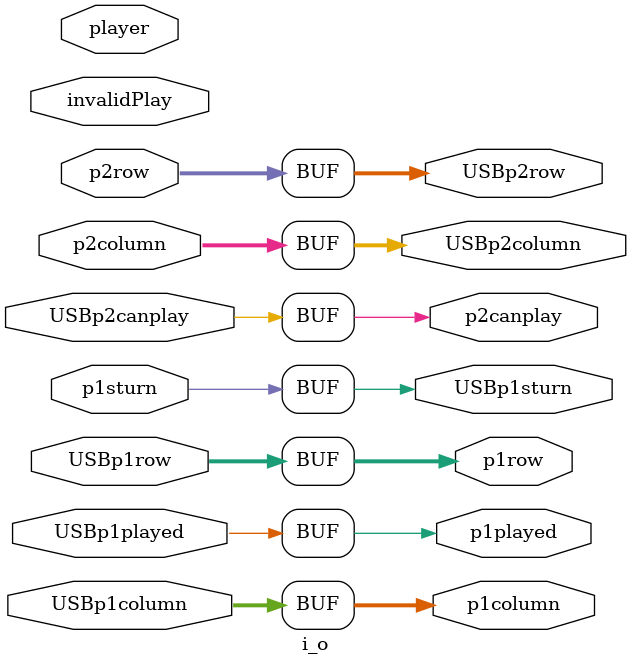
<source format=v>
`timescale 1ns / 1ps

module Gomoku_Verilog(Clk, 
                      ColIn, 
                      PlayerIn, 
                      RowIn, 
                      ColOut, 
                      PlayerOut, 
                      RowOut);

    input Clk;
    input [3:0] ColIn;
    input PlayerIn;
    input [3:0] RowIn;
   output [3:0] ColOut;
   output PlayerOut;
   output [3:0] RowOut;
   
	top gomoku_instant(Clk, PlayerIn, RowIn, ColIn, PlayerOut, RowOut, ColOut);
   
endmodule

module top(
	input clk,
	
	input i_player,
	input [3:0] i_xLoc,
	input [3:0] i_yLoc,
	
	output o_player,
	output [3:0] o_xLoc,
	output [3:0] o_yLoc
);
    wire p1played, p2played, p2canplay, check, valid, p2sturn, p1sturn, USBp2canplay, USBp1played, USBp1sturn, invalidPlay;
    wire[1:0] player;
    wire[3:0] p1row, p1column, p2row, p2column, USBp1row, USBp1column, USBp2row, USBp2column;
    
    i_o io_instant(
    .p2canplay(p2canplay), 
    .p1played(p1played), 
    .p1row(p1row), 
    .p1column(p1column), 
    .USBp1row(USBp1row), 
    .USBp1column(USBp1column), 
    .USBp1played,
    .USBp2canplay,
    .p2row(p2row),
    .p2column(p2column),
    .invalidPlay,
    .player(player),
    .p1sturn(p1sturn),
    .USBp2row(USBp2row),
    .USBp2column(USBp2column),
    .USBp1sturn(USBp1sturn));
    
    controlUnit cu_instant(
	.clk(clk),
    .p2canplay(p2canplay), 
    .p1played(p1played), 
    .p2played(p2played), 
    .valid(valid), 
    .player(player), 
    .check(check), 
    .p2sturn(p2sturn),
    .p1sturn(p1sturn),
    .invalidPlay(invalidPlay));
    
    playCheck pc_instant(
    .valid(valid), 
    .p1row(p1row), 
    .p1column(p1column), 
    .check(check), 
    .player(player), 
    .p2row(p2row), 
    .p2column(p2column));
    
    machinePlayer mp_instant(
    .p2sturn(p2sturn), 
    .p2row(p2row), 
    .p2column(p2column), 
    .p2played(p2played), 
    .valid(valid));
	
	assign USBp1played = i_player;
	assign USBp2canplay = USBp1played;
	
	assign USBp1row = i_xLoc;
	assign USBp1column = i_yLoc;
	
	
	assign o_player = ~USBp1sturn;
	assign o_xLoc = USBp2row;
	assign o_yLoc = USBp2column;
	
endmodule
    
module controlUnit(clk, check, player, p2sturn, p1sturn, invalidPlay,
p1played, p2played, valid, p2canplay, reset, enable);
    input clk, p1played, p2played, p2canplay, reset, enable, valid;
    output reg check, p2sturn, p1sturn, invalidPlay;
    output reg[1:0] player;
    //local variables
    parameter STATE1 = 3'b001, STATE2 = 3'b010, STATE3 = 3'b100;
    reg[2:0] state;
    //enable check - if high, all outputs become 0
    //FSM
    always @(posedge clk or negedge reset) begin
		state <= (~reset) ? STATE1 : state;
		case(state)
            STATE1: if(p1played) begin //p1played always block outside to risingEdge
                        player = 2'b01;
                        check = 1'b1;
                        if(valid==0 && player == 2'b01) begin
                            p1sturn = 1'b0;
                            state <= STATE2;
                        end else begin
                            player = 2'b01;
                            invalidPlay = 1;
                            state <= STATE1;
                        end
                    end else begin
                        p1sturn = 1'b1;
                        state <= STATE1;
                    end
            STATE2: if(p2canplay==1) begin
                        if(p2played==0) begin 
                            player = 2'b10;
                            p2sturn = 1'b1;
                            state <= STATE2;
                            end else begin
                                player = 2'b10;
                                check = 1'b1;
                                state <= STATE3;
                                end
                            end
                     else if (valid==0 && player == 2'b01) begin
                        state <= STATE2;
                        end
            STATE3: if(valid==0 && player == 2'b10) begin
                        p2sturn = 1'b0;
                        state <= STATE1;
                     end else begin
                        player = 2'b10;
                        invalidPlay = 1;
                        state <= STATE2;
                        end
        endcase
    end
endmodule

module playCheck(valid, 
check, player, p1row, p1column, p2row, p2column);
    input check;  
    input[1:0] player;
    input[3:0] p1row, p1column, p2row, p2column;
    output valid;
    //local variables
    integer i, j, validPlay, row;
    integer column;
    reg[1:0] board[0:14][0:14];
    //creation of gomoku board 15x15
    initial begin
        for (i=0; i < 15; i=i+1)
            for (j=0; j < 15; j=j+1)
                board[i][j] = 0;
    end
    //check player
    always @* begin
        if (player == 2'b10) begin
            column = p2column;
            row = p2row;
            end
        else begin
            row = p1row;
            column = p1column;
        end
    end
    //check if valid position and insert
    always @* begin
    if (check == 1'b1) begin
        if (board[row][column] == 2'b00) begin
            validPlay = 0;
            board[row][column] = player;
            end
        else if (board[row][column] != 2'b00) begin
            validPlay = 1;
            end
        end
    end
    assign valid = validPlay;
    //win check eventually
endmodule

module machinePlayer(p2row, p2column, p2played,
p2sturn, valid);
    input p2sturn, valid;
    output p2played;
    output[3:0] p2row, p2column;
    //local variables
    reg[3:0] row, column;
    integer p2p;
    //randomly generate position to play
    //if p2sturn == 1, randomly generate position, send to playcheck
    always @* begin
    if (p2sturn == 1) begin
        row = $random;
        column = $random;
        end
    end
    //how to send p2played?
    assign p2row = row;
    assign p2column = column;
    always @* begin
    if (valid == 1) begin
        p2p = 1'b1;
        end
    end
    assign p2played = p2p;
endmodule

module i_o(USBp1sturn, USBp2row, USBp2column, p1played, p1row, p1column, p2canplay, 
USBp2canplay, USBp1row, USBp1column, USBp1played, p2row, p2column, invalidPlay, player, p1sturn);
    input p1sturn, invalidPlay, USBp2canplay, USBp1played;
    input[3:0] p2row, p2column, USBp1row, USBp1column;
    input[1:0] player;
    output[3:0] p1row, p1column, USBp2row, USBp2column;
    output USBp1sturn, p2canplay, p1played;
    assign p1row = USBp1row;
    assign p1column = USBp1column;
    assign p2canplay = USBp2canplay;
    assign p1played = USBp1played;
    assign USBp2row = p2row;
    assign USBp2column = p2column;
    assign USBp1sturn = p1sturn;
    //module to assign USB inputs from microblaze code to output to Verilog modules
endmodule

</source>
